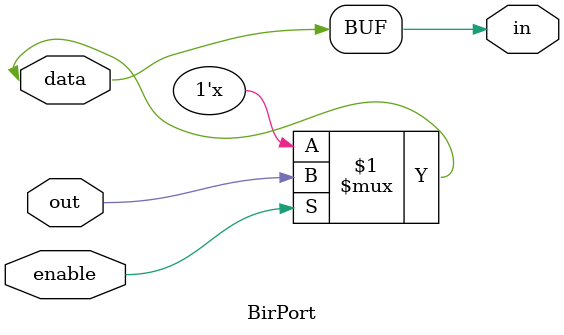
<source format=sv>
module BirPort(
	inout logic data,
	input logic out,
	input logic enable,
	output logic in
);

	assign data = enable ? out : 1'bz;
	assign in = data;
	
endmodule 
</source>
